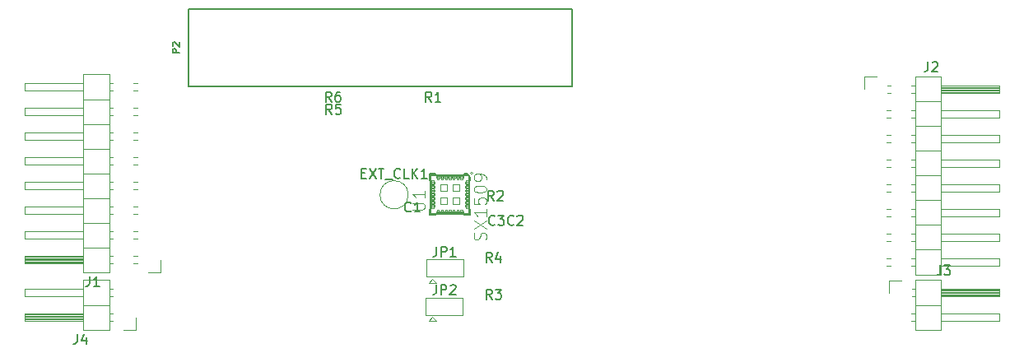
<source format=gbr>
G04 #@! TF.GenerationSoftware,KiCad,Pcbnew,5.1.2-1.fc30*
G04 #@! TF.CreationDate,2019-05-22T10:25:12+05:30*
G04 #@! TF.ProjectId,sx1509,73783135-3039-42e6-9b69-6361645f7063,v0.1*
G04 #@! TF.SameCoordinates,Original*
G04 #@! TF.FileFunction,Legend,Top*
G04 #@! TF.FilePolarity,Positive*
%FSLAX46Y46*%
G04 Gerber Fmt 4.6, Leading zero omitted, Abs format (unit mm)*
G04 Created by KiCad (PCBNEW 5.1.2-1.fc30) date 2019-05-22 10:25:12*
%MOMM*%
%LPD*%
G04 APERTURE LIST*
%ADD10C,0.066040*%
%ADD11C,0.127000*%
%ADD12C,0.203200*%
%ADD13C,0.100000*%
%ADD14C,0.150000*%
%ADD15C,0.120000*%
%ADD16C,0.101600*%
G04 APERTURE END LIST*
D10*
X134139020Y-119018340D02*
X134139020Y-119165660D01*
X134139020Y-119165660D02*
X134540340Y-119165660D01*
X134540340Y-119018340D02*
X134540340Y-119165660D01*
X134139020Y-119018340D02*
X134540340Y-119018340D01*
X134139020Y-119414580D02*
X134139020Y-119566980D01*
X134139020Y-119566980D02*
X134540340Y-119566980D01*
X134540340Y-119414580D02*
X134540340Y-119566980D01*
X134139020Y-119414580D02*
X134540340Y-119414580D01*
X134139020Y-119815900D02*
X134139020Y-119965760D01*
X134139020Y-119965760D02*
X134540340Y-119965760D01*
X134540340Y-119815900D02*
X134540340Y-119965760D01*
X134139020Y-119815900D02*
X134540340Y-119815900D01*
X134139020Y-120214680D02*
X134139020Y-120367080D01*
X134139020Y-120367080D02*
X134540340Y-120367080D01*
X134540340Y-120214680D02*
X134540340Y-120367080D01*
X134139020Y-120214680D02*
X134540340Y-120214680D01*
X134139020Y-118617020D02*
X134139020Y-118769420D01*
X134139020Y-118769420D02*
X134540340Y-118769420D01*
X134540340Y-118617020D02*
X134540340Y-118769420D01*
X134139020Y-118617020D02*
X134540340Y-118617020D01*
X134139020Y-118218240D02*
X134139020Y-118368100D01*
X134139020Y-118368100D02*
X134540340Y-118368100D01*
X134540340Y-118218240D02*
X134540340Y-118368100D01*
X134139020Y-118218240D02*
X134540340Y-118218240D01*
X134139020Y-117816920D02*
X134139020Y-117969320D01*
X134139020Y-117969320D02*
X134540340Y-117969320D01*
X134540340Y-117816920D02*
X134540340Y-117969320D01*
X134139020Y-117816920D02*
X134540340Y-117816920D01*
X134738460Y-120814120D02*
X134738460Y-120966520D01*
X134738460Y-120966520D02*
X135139780Y-120966520D01*
X135139780Y-120814120D02*
X135139780Y-120966520D01*
X134738460Y-120814120D02*
X135139780Y-120814120D01*
X135139780Y-120814120D02*
X135139780Y-120966520D01*
X135139780Y-120966520D02*
X135538560Y-120966520D01*
X135538560Y-120814120D02*
X135538560Y-120966520D01*
X135139780Y-120814120D02*
X135538560Y-120814120D01*
X135538560Y-120814120D02*
X135538560Y-120966520D01*
X135538560Y-120966520D02*
X135939880Y-120966520D01*
X135939880Y-120814120D02*
X135939880Y-120966520D01*
X135538560Y-120814120D02*
X135939880Y-120814120D01*
X135939880Y-120814120D02*
X135939880Y-120966520D01*
X135939880Y-120966520D02*
X136336120Y-120966520D01*
X136336120Y-120814120D02*
X136336120Y-120966520D01*
X135939880Y-120814120D02*
X136336120Y-120814120D01*
X136336120Y-120814120D02*
X136336120Y-120966520D01*
X136336120Y-120966520D02*
X136737440Y-120966520D01*
X136737440Y-120814120D02*
X136737440Y-120966520D01*
X136336120Y-120814120D02*
X136737440Y-120814120D01*
X136737440Y-120814120D02*
X136737440Y-120966520D01*
X136737440Y-120966520D02*
X137136220Y-120966520D01*
X137136220Y-120814120D02*
X137136220Y-120966520D01*
X136737440Y-120814120D02*
X137136220Y-120814120D01*
X137136220Y-120814120D02*
X137136220Y-120966520D01*
X137136220Y-120966520D02*
X137537540Y-120966520D01*
X137537540Y-120814120D02*
X137537540Y-120966520D01*
X137136220Y-120814120D02*
X137537540Y-120814120D01*
X137735660Y-120214680D02*
X137735660Y-120367080D01*
X137735660Y-120367080D02*
X138136980Y-120367080D01*
X138136980Y-120214680D02*
X138136980Y-120367080D01*
X137735660Y-120214680D02*
X138136980Y-120214680D01*
X137735660Y-119815900D02*
X137735660Y-119965760D01*
X137735660Y-119965760D02*
X138136980Y-119965760D01*
X138136980Y-119815900D02*
X138136980Y-119965760D01*
X137735660Y-119815900D02*
X138136980Y-119815900D01*
X137735660Y-119414580D02*
X137735660Y-119566980D01*
X137735660Y-119566980D02*
X138136980Y-119566980D01*
X138136980Y-119414580D02*
X138136980Y-119566980D01*
X137735660Y-119414580D02*
X138136980Y-119414580D01*
X137735660Y-119018340D02*
X137735660Y-119165660D01*
X137735660Y-119165660D02*
X138136980Y-119165660D01*
X138136980Y-119018340D02*
X138136980Y-119165660D01*
X137735660Y-119018340D02*
X138136980Y-119018340D01*
X137735660Y-118617020D02*
X137735660Y-118769420D01*
X137735660Y-118769420D02*
X138136980Y-118769420D01*
X138136980Y-118617020D02*
X138136980Y-118769420D01*
X137735660Y-118617020D02*
X138136980Y-118617020D01*
X137735660Y-118218240D02*
X137735660Y-118368100D01*
X137735660Y-118368100D02*
X138136980Y-118368100D01*
X138136980Y-118218240D02*
X138136980Y-118368100D01*
X137735660Y-118218240D02*
X138136980Y-118218240D01*
X137735660Y-117816920D02*
X137735660Y-117969320D01*
X137735660Y-117969320D02*
X138136980Y-117969320D01*
X138136980Y-117816920D02*
X138136980Y-117969320D01*
X137735660Y-117816920D02*
X138136980Y-117816920D01*
X137136220Y-117217480D02*
X137136220Y-117369880D01*
X137136220Y-117369880D02*
X137537540Y-117369880D01*
X137537540Y-117217480D02*
X137537540Y-117369880D01*
X137136220Y-117217480D02*
X137537540Y-117217480D01*
X136737440Y-117217480D02*
X136737440Y-117369880D01*
X136737440Y-117369880D02*
X137136220Y-117369880D01*
X137136220Y-117217480D02*
X137136220Y-117369880D01*
X136737440Y-117217480D02*
X137136220Y-117217480D01*
X136336120Y-117217480D02*
X136336120Y-117369880D01*
X136336120Y-117369880D02*
X136737440Y-117369880D01*
X136737440Y-117217480D02*
X136737440Y-117369880D01*
X136336120Y-117217480D02*
X136737440Y-117217480D01*
X135939880Y-117217480D02*
X135939880Y-117369880D01*
X135939880Y-117369880D02*
X136336120Y-117369880D01*
X136336120Y-117217480D02*
X136336120Y-117369880D01*
X135939880Y-117217480D02*
X136336120Y-117217480D01*
X135538560Y-117217480D02*
X135538560Y-117369880D01*
X135538560Y-117369880D02*
X135939880Y-117369880D01*
X135939880Y-117217480D02*
X135939880Y-117369880D01*
X135538560Y-117217480D02*
X135939880Y-117217480D01*
X135139780Y-117217480D02*
X135139780Y-117369880D01*
X135139780Y-117369880D02*
X135538560Y-117369880D01*
X135538560Y-117217480D02*
X135538560Y-117369880D01*
X135139780Y-117217480D02*
X135538560Y-117217480D01*
X134738460Y-117217480D02*
X134738460Y-117369880D01*
X134738460Y-117369880D02*
X135139780Y-117369880D01*
X135139780Y-117217480D02*
X135139780Y-117369880D01*
X134738460Y-117217480D02*
X135139780Y-117217480D01*
X135144860Y-118098860D02*
X135144860Y-118761800D01*
X135144860Y-118761800D02*
X135807800Y-118761800D01*
X135807800Y-118098860D02*
X135807800Y-118761800D01*
X135144860Y-118098860D02*
X135807800Y-118098860D01*
X136468200Y-119422200D02*
X136468200Y-120085140D01*
X136468200Y-120085140D02*
X137131140Y-120085140D01*
X137131140Y-119422200D02*
X137131140Y-120085140D01*
X136468200Y-119422200D02*
X137131140Y-119422200D01*
X136468200Y-118098860D02*
X136468200Y-118761800D01*
X136468200Y-118761800D02*
X137131140Y-118761800D01*
X137131140Y-118098860D02*
X137131140Y-118761800D01*
X136468200Y-118098860D02*
X137131140Y-118098860D01*
X135144860Y-119422200D02*
X135144860Y-120085140D01*
X135144860Y-120085140D02*
X135807800Y-120085140D01*
X135807800Y-119422200D02*
X135807800Y-120085140D01*
X135144860Y-119422200D02*
X135807800Y-119422200D01*
X137237820Y-117093020D02*
X137237820Y-117542600D01*
X137237820Y-117542600D02*
X137435940Y-117542600D01*
X137435940Y-117093020D02*
X137435940Y-117542600D01*
X137237820Y-117093020D02*
X137435940Y-117093020D01*
X136836500Y-117093020D02*
X136836500Y-117542600D01*
X136836500Y-117542600D02*
X137037160Y-117542600D01*
X137037160Y-117093020D02*
X137037160Y-117542600D01*
X136836500Y-117093020D02*
X137037160Y-117093020D01*
X136437720Y-117093020D02*
X136437720Y-117542600D01*
X136437720Y-117542600D02*
X136635840Y-117542600D01*
X136635840Y-117093020D02*
X136635840Y-117542600D01*
X136437720Y-117093020D02*
X136635840Y-117093020D01*
X136038940Y-117093020D02*
X136038940Y-117542600D01*
X136038940Y-117542600D02*
X136237060Y-117542600D01*
X136237060Y-117093020D02*
X136237060Y-117542600D01*
X136038940Y-117093020D02*
X136237060Y-117093020D01*
X135640160Y-117093020D02*
X135640160Y-117542600D01*
X135640160Y-117542600D02*
X135838280Y-117542600D01*
X135838280Y-117093020D02*
X135838280Y-117542600D01*
X135640160Y-117093020D02*
X135838280Y-117093020D01*
X135238840Y-117093020D02*
X135238840Y-117542600D01*
X135238840Y-117542600D02*
X135439500Y-117542600D01*
X135439500Y-117093020D02*
X135439500Y-117542600D01*
X135238840Y-117093020D02*
X135439500Y-117093020D01*
X134840060Y-117093020D02*
X134840060Y-117542600D01*
X134840060Y-117542600D02*
X135038180Y-117542600D01*
X135038180Y-117093020D02*
X135038180Y-117542600D01*
X134840060Y-117093020D02*
X135038180Y-117093020D01*
X134263480Y-117667060D02*
X134263480Y-118119180D01*
X134263480Y-118119180D02*
X134464140Y-118119180D01*
X134464140Y-117667060D02*
X134464140Y-118119180D01*
X134263480Y-117667060D02*
X134464140Y-117667060D01*
X134263480Y-118068380D02*
X134263480Y-118517960D01*
X134263480Y-118517960D02*
X134464140Y-118517960D01*
X134464140Y-118068380D02*
X134464140Y-118517960D01*
X134263480Y-118068380D02*
X134464140Y-118068380D01*
X134263480Y-118467160D02*
X134263480Y-118919280D01*
X134263480Y-118919280D02*
X134464140Y-118919280D01*
X134464140Y-118467160D02*
X134464140Y-118919280D01*
X134263480Y-118467160D02*
X134464140Y-118467160D01*
X134263480Y-118868480D02*
X134263480Y-119315520D01*
X134263480Y-119315520D02*
X134464140Y-119315520D01*
X134464140Y-118868480D02*
X134464140Y-119315520D01*
X134263480Y-118868480D02*
X134464140Y-118868480D01*
X134263480Y-119264720D02*
X134263480Y-119716840D01*
X134263480Y-119716840D02*
X134464140Y-119716840D01*
X134464140Y-119264720D02*
X134464140Y-119716840D01*
X134263480Y-119264720D02*
X134464140Y-119264720D01*
X134263480Y-119666040D02*
X134263480Y-120115620D01*
X134263480Y-120115620D02*
X134464140Y-120115620D01*
X134464140Y-119666040D02*
X134464140Y-120115620D01*
X134263480Y-119666040D02*
X134464140Y-119666040D01*
X134263480Y-120064820D02*
X134263480Y-120516940D01*
X134263480Y-120516940D02*
X134464140Y-120516940D01*
X134464140Y-120064820D02*
X134464140Y-120516940D01*
X134263480Y-120064820D02*
X134464140Y-120064820D01*
X134840060Y-120641400D02*
X134840060Y-121090980D01*
X134840060Y-121090980D02*
X135038180Y-121090980D01*
X135038180Y-120641400D02*
X135038180Y-121090980D01*
X134840060Y-120641400D02*
X135038180Y-120641400D01*
X135238840Y-120641400D02*
X135238840Y-121090980D01*
X135238840Y-121090980D02*
X135439500Y-121090980D01*
X135439500Y-120641400D02*
X135439500Y-121090980D01*
X135238840Y-120641400D02*
X135439500Y-120641400D01*
X135640160Y-120641400D02*
X135640160Y-121090980D01*
X135640160Y-121090980D02*
X135838280Y-121090980D01*
X135838280Y-120641400D02*
X135838280Y-121090980D01*
X135640160Y-120641400D02*
X135838280Y-120641400D01*
X136038940Y-120641400D02*
X136038940Y-121090980D01*
X136038940Y-121090980D02*
X136237060Y-121090980D01*
X136237060Y-120641400D02*
X136237060Y-121090980D01*
X136038940Y-120641400D02*
X136237060Y-120641400D01*
X136437720Y-120641400D02*
X136437720Y-121090980D01*
X136437720Y-121090980D02*
X136635840Y-121090980D01*
X136635840Y-120641400D02*
X136635840Y-121090980D01*
X136437720Y-120641400D02*
X136635840Y-120641400D01*
X136836500Y-120641400D02*
X136836500Y-121090980D01*
X136836500Y-121090980D02*
X137037160Y-121090980D01*
X137037160Y-120641400D02*
X137037160Y-121090980D01*
X136836500Y-120641400D02*
X137037160Y-120641400D01*
X137237820Y-120641400D02*
X137237820Y-121090980D01*
X137237820Y-121090980D02*
X137435940Y-121090980D01*
X137435940Y-120641400D02*
X137435940Y-121090980D01*
X137237820Y-120641400D02*
X137435940Y-120641400D01*
X137811860Y-120064820D02*
X137811860Y-120516940D01*
X137811860Y-120516940D02*
X138012520Y-120516940D01*
X138012520Y-120064820D02*
X138012520Y-120516940D01*
X137811860Y-120064820D02*
X138012520Y-120064820D01*
X137811860Y-119666040D02*
X137811860Y-120115620D01*
X137811860Y-120115620D02*
X138012520Y-120115620D01*
X138012520Y-119666040D02*
X138012520Y-120115620D01*
X137811860Y-119666040D02*
X138012520Y-119666040D01*
X137811860Y-119264720D02*
X137811860Y-119716840D01*
X137811860Y-119716840D02*
X138012520Y-119716840D01*
X138012520Y-119264720D02*
X138012520Y-119716840D01*
X137811860Y-119264720D02*
X138012520Y-119264720D01*
X137811860Y-118868480D02*
X137811860Y-119315520D01*
X137811860Y-119315520D02*
X138012520Y-119315520D01*
X138012520Y-118868480D02*
X138012520Y-119315520D01*
X137811860Y-118868480D02*
X138012520Y-118868480D01*
X137811860Y-118467160D02*
X137811860Y-118919280D01*
X137811860Y-118919280D02*
X138012520Y-118919280D01*
X138012520Y-118467160D02*
X138012520Y-118919280D01*
X137811860Y-118467160D02*
X138012520Y-118467160D01*
X137811860Y-118068380D02*
X137811860Y-118517960D01*
X137811860Y-118517960D02*
X138012520Y-118517960D01*
X138012520Y-118068380D02*
X138012520Y-118517960D01*
X137811860Y-118068380D02*
X138012520Y-118068380D01*
X137811860Y-117667060D02*
X137811860Y-118119180D01*
X137811860Y-118119180D02*
X138012520Y-118119180D01*
X138012520Y-117667060D02*
X138012520Y-118119180D01*
X137811860Y-117667060D02*
X138012520Y-117667060D01*
D11*
X134139020Y-117093020D02*
X138136980Y-117093020D01*
X138136980Y-117093020D02*
X138136980Y-121090980D01*
X138136980Y-121090980D02*
X134139020Y-121090980D01*
X134139020Y-121090980D02*
X134139020Y-117093020D01*
D12*
X137837260Y-116993960D02*
X138236040Y-117392740D01*
X138236040Y-117392740D02*
X138236040Y-117593400D01*
X137837260Y-116993960D02*
X137636600Y-116993960D01*
X134039960Y-116993960D02*
X134639400Y-116993960D01*
X134039960Y-116993960D02*
X134039960Y-117593400D01*
X134039960Y-121190040D02*
X134039960Y-120590600D01*
X134039960Y-121190040D02*
X134639400Y-121190040D01*
X138236040Y-121190040D02*
X137636600Y-121190040D01*
X138236040Y-121190040D02*
X138236040Y-120590600D01*
D13*
X138520476Y-116910140D02*
G75*
G03X138520476Y-116910140I-147276J0D01*
G01*
D14*
X148750000Y-100000000D02*
X148750000Y-108000000D01*
X109250000Y-100000000D02*
X109250000Y-108000000D01*
X148750000Y-100000000D02*
X109250000Y-100000000D01*
X109250000Y-108000000D02*
X148750000Y-108000000D01*
D15*
X183990000Y-127880000D02*
X183990000Y-133080000D01*
X183990000Y-133080000D02*
X186650000Y-133080000D01*
X186650000Y-133080000D02*
X186650000Y-127880000D01*
X186650000Y-127880000D02*
X183990000Y-127880000D01*
X186650000Y-128830000D02*
X192650000Y-128830000D01*
X192650000Y-128830000D02*
X192650000Y-129590000D01*
X192650000Y-129590000D02*
X186650000Y-129590000D01*
X186650000Y-128890000D02*
X192650000Y-128890000D01*
X186650000Y-129010000D02*
X192650000Y-129010000D01*
X186650000Y-129130000D02*
X192650000Y-129130000D01*
X186650000Y-129250000D02*
X192650000Y-129250000D01*
X186650000Y-129370000D02*
X192650000Y-129370000D01*
X186650000Y-129490000D02*
X192650000Y-129490000D01*
X183660000Y-128830000D02*
X183990000Y-128830000D01*
X183660000Y-129590000D02*
X183990000Y-129590000D01*
X183990000Y-130480000D02*
X186650000Y-130480000D01*
X186650000Y-131370000D02*
X192650000Y-131370000D01*
X192650000Y-131370000D02*
X192650000Y-132130000D01*
X192650000Y-132130000D02*
X186650000Y-132130000D01*
X183592929Y-131370000D02*
X183990000Y-131370000D01*
X183592929Y-132130000D02*
X183990000Y-132130000D01*
X181280000Y-129210000D02*
X181280000Y-127940000D01*
X181280000Y-127940000D02*
X182550000Y-127940000D01*
X103810000Y-133020000D02*
X102540000Y-133020000D01*
X103810000Y-131750000D02*
X103810000Y-133020000D01*
X101497071Y-128830000D02*
X101100000Y-128830000D01*
X101497071Y-129590000D02*
X101100000Y-129590000D01*
X92440000Y-128830000D02*
X98440000Y-128830000D01*
X92440000Y-129590000D02*
X92440000Y-128830000D01*
X98440000Y-129590000D02*
X92440000Y-129590000D01*
X101100000Y-130480000D02*
X98440000Y-130480000D01*
X101430000Y-131370000D02*
X101100000Y-131370000D01*
X101430000Y-132130000D02*
X101100000Y-132130000D01*
X98440000Y-131470000D02*
X92440000Y-131470000D01*
X98440000Y-131590000D02*
X92440000Y-131590000D01*
X98440000Y-131710000D02*
X92440000Y-131710000D01*
X98440000Y-131830000D02*
X92440000Y-131830000D01*
X98440000Y-131950000D02*
X92440000Y-131950000D01*
X98440000Y-132070000D02*
X92440000Y-132070000D01*
X92440000Y-131370000D02*
X98440000Y-131370000D01*
X92440000Y-132130000D02*
X92440000Y-131370000D01*
X98440000Y-132130000D02*
X92440000Y-132130000D01*
X98440000Y-133080000D02*
X101100000Y-133080000D01*
X98440000Y-127880000D02*
X98440000Y-133080000D01*
X101100000Y-127880000D02*
X98440000Y-127880000D01*
X101100000Y-133080000D02*
X101100000Y-127880000D01*
X131856000Y-119131000D02*
G75*
G03X131856000Y-119131000I-1450000J0D01*
G01*
X134748000Y-128233000D02*
X134348000Y-127783000D01*
X133998000Y-128233000D02*
X134748000Y-128233000D01*
X134348000Y-127783000D02*
X133998000Y-128233000D01*
X133688000Y-127573000D02*
X137508000Y-127573000D01*
X137508000Y-127573000D02*
X137508000Y-125793000D01*
X137508000Y-125793000D02*
X133688000Y-125793000D01*
X133688000Y-127573000D02*
X133688000Y-125793000D01*
X133675000Y-131484000D02*
X133675000Y-129704000D01*
X137495000Y-129704000D02*
X133675000Y-129704000D01*
X137495000Y-131484000D02*
X137495000Y-129704000D01*
X133675000Y-131484000D02*
X137495000Y-131484000D01*
X134335000Y-131694000D02*
X133985000Y-132144000D01*
X133985000Y-132144000D02*
X134735000Y-132144000D01*
X134735000Y-132144000D02*
X134335000Y-131694000D01*
X106350000Y-127076000D02*
X105080000Y-127076000D01*
X106350000Y-125806000D02*
X106350000Y-127076000D01*
X104037071Y-107646000D02*
X103582929Y-107646000D01*
X104037071Y-108406000D02*
X103582929Y-108406000D01*
X101497071Y-107646000D02*
X101100000Y-107646000D01*
X101497071Y-108406000D02*
X101100000Y-108406000D01*
X92440000Y-107646000D02*
X98440000Y-107646000D01*
X92440000Y-108406000D02*
X92440000Y-107646000D01*
X98440000Y-108406000D02*
X92440000Y-108406000D01*
X101100000Y-109296000D02*
X98440000Y-109296000D01*
X104037071Y-110186000D02*
X103582929Y-110186000D01*
X104037071Y-110946000D02*
X103582929Y-110946000D01*
X101497071Y-110186000D02*
X101100000Y-110186000D01*
X101497071Y-110946000D02*
X101100000Y-110946000D01*
X92440000Y-110186000D02*
X98440000Y-110186000D01*
X92440000Y-110946000D02*
X92440000Y-110186000D01*
X98440000Y-110946000D02*
X92440000Y-110946000D01*
X101100000Y-111836000D02*
X98440000Y-111836000D01*
X104037071Y-112726000D02*
X103582929Y-112726000D01*
X104037071Y-113486000D02*
X103582929Y-113486000D01*
X101497071Y-112726000D02*
X101100000Y-112726000D01*
X101497071Y-113486000D02*
X101100000Y-113486000D01*
X92440000Y-112726000D02*
X98440000Y-112726000D01*
X92440000Y-113486000D02*
X92440000Y-112726000D01*
X98440000Y-113486000D02*
X92440000Y-113486000D01*
X101100000Y-114376000D02*
X98440000Y-114376000D01*
X104037071Y-115266000D02*
X103582929Y-115266000D01*
X104037071Y-116026000D02*
X103582929Y-116026000D01*
X101497071Y-115266000D02*
X101100000Y-115266000D01*
X101497071Y-116026000D02*
X101100000Y-116026000D01*
X92440000Y-115266000D02*
X98440000Y-115266000D01*
X92440000Y-116026000D02*
X92440000Y-115266000D01*
X98440000Y-116026000D02*
X92440000Y-116026000D01*
X101100000Y-116916000D02*
X98440000Y-116916000D01*
X104037071Y-117806000D02*
X103582929Y-117806000D01*
X104037071Y-118566000D02*
X103582929Y-118566000D01*
X101497071Y-117806000D02*
X101100000Y-117806000D01*
X101497071Y-118566000D02*
X101100000Y-118566000D01*
X92440000Y-117806000D02*
X98440000Y-117806000D01*
X92440000Y-118566000D02*
X92440000Y-117806000D01*
X98440000Y-118566000D02*
X92440000Y-118566000D01*
X101100000Y-119456000D02*
X98440000Y-119456000D01*
X104037071Y-120346000D02*
X103582929Y-120346000D01*
X104037071Y-121106000D02*
X103582929Y-121106000D01*
X101497071Y-120346000D02*
X101100000Y-120346000D01*
X101497071Y-121106000D02*
X101100000Y-121106000D01*
X92440000Y-120346000D02*
X98440000Y-120346000D01*
X92440000Y-121106000D02*
X92440000Y-120346000D01*
X98440000Y-121106000D02*
X92440000Y-121106000D01*
X101100000Y-121996000D02*
X98440000Y-121996000D01*
X104037071Y-122886000D02*
X103582929Y-122886000D01*
X104037071Y-123646000D02*
X103582929Y-123646000D01*
X101497071Y-122886000D02*
X101100000Y-122886000D01*
X101497071Y-123646000D02*
X101100000Y-123646000D01*
X92440000Y-122886000D02*
X98440000Y-122886000D01*
X92440000Y-123646000D02*
X92440000Y-122886000D01*
X98440000Y-123646000D02*
X92440000Y-123646000D01*
X101100000Y-124536000D02*
X98440000Y-124536000D01*
X103970000Y-125426000D02*
X103582929Y-125426000D01*
X103970000Y-126186000D02*
X103582929Y-126186000D01*
X101497071Y-125426000D02*
X101100000Y-125426000D01*
X101497071Y-126186000D02*
X101100000Y-126186000D01*
X98440000Y-125526000D02*
X92440000Y-125526000D01*
X98440000Y-125646000D02*
X92440000Y-125646000D01*
X98440000Y-125766000D02*
X92440000Y-125766000D01*
X98440000Y-125886000D02*
X92440000Y-125886000D01*
X98440000Y-126006000D02*
X92440000Y-126006000D01*
X98440000Y-126126000D02*
X92440000Y-126126000D01*
X92440000Y-125426000D02*
X98440000Y-125426000D01*
X92440000Y-126186000D02*
X92440000Y-125426000D01*
X98440000Y-126186000D02*
X92440000Y-126186000D01*
X98440000Y-127136000D02*
X101100000Y-127136000D01*
X98440000Y-106696000D02*
X98440000Y-127136000D01*
X101100000Y-106696000D02*
X98440000Y-106696000D01*
X101100000Y-127136000D02*
X101100000Y-106696000D01*
X183990000Y-106925000D02*
X183990000Y-127365000D01*
X183990000Y-127365000D02*
X186650000Y-127365000D01*
X186650000Y-127365000D02*
X186650000Y-106925000D01*
X186650000Y-106925000D02*
X183990000Y-106925000D01*
X186650000Y-107875000D02*
X192650000Y-107875000D01*
X192650000Y-107875000D02*
X192650000Y-108635000D01*
X192650000Y-108635000D02*
X186650000Y-108635000D01*
X186650000Y-107935000D02*
X192650000Y-107935000D01*
X186650000Y-108055000D02*
X192650000Y-108055000D01*
X186650000Y-108175000D02*
X192650000Y-108175000D01*
X186650000Y-108295000D02*
X192650000Y-108295000D01*
X186650000Y-108415000D02*
X192650000Y-108415000D01*
X186650000Y-108535000D02*
X192650000Y-108535000D01*
X183592929Y-107875000D02*
X183990000Y-107875000D01*
X183592929Y-108635000D02*
X183990000Y-108635000D01*
X181120000Y-107875000D02*
X181507071Y-107875000D01*
X181120000Y-108635000D02*
X181507071Y-108635000D01*
X183990000Y-109525000D02*
X186650000Y-109525000D01*
X186650000Y-110415000D02*
X192650000Y-110415000D01*
X192650000Y-110415000D02*
X192650000Y-111175000D01*
X192650000Y-111175000D02*
X186650000Y-111175000D01*
X183592929Y-110415000D02*
X183990000Y-110415000D01*
X183592929Y-111175000D02*
X183990000Y-111175000D01*
X181052929Y-110415000D02*
X181507071Y-110415000D01*
X181052929Y-111175000D02*
X181507071Y-111175000D01*
X183990000Y-112065000D02*
X186650000Y-112065000D01*
X186650000Y-112955000D02*
X192650000Y-112955000D01*
X192650000Y-112955000D02*
X192650000Y-113715000D01*
X192650000Y-113715000D02*
X186650000Y-113715000D01*
X183592929Y-112955000D02*
X183990000Y-112955000D01*
X183592929Y-113715000D02*
X183990000Y-113715000D01*
X181052929Y-112955000D02*
X181507071Y-112955000D01*
X181052929Y-113715000D02*
X181507071Y-113715000D01*
X183990000Y-114605000D02*
X186650000Y-114605000D01*
X186650000Y-115495000D02*
X192650000Y-115495000D01*
X192650000Y-115495000D02*
X192650000Y-116255000D01*
X192650000Y-116255000D02*
X186650000Y-116255000D01*
X183592929Y-115495000D02*
X183990000Y-115495000D01*
X183592929Y-116255000D02*
X183990000Y-116255000D01*
X181052929Y-115495000D02*
X181507071Y-115495000D01*
X181052929Y-116255000D02*
X181507071Y-116255000D01*
X183990000Y-117145000D02*
X186650000Y-117145000D01*
X186650000Y-118035000D02*
X192650000Y-118035000D01*
X192650000Y-118035000D02*
X192650000Y-118795000D01*
X192650000Y-118795000D02*
X186650000Y-118795000D01*
X183592929Y-118035000D02*
X183990000Y-118035000D01*
X183592929Y-118795000D02*
X183990000Y-118795000D01*
X181052929Y-118035000D02*
X181507071Y-118035000D01*
X181052929Y-118795000D02*
X181507071Y-118795000D01*
X183990000Y-119685000D02*
X186650000Y-119685000D01*
X186650000Y-120575000D02*
X192650000Y-120575000D01*
X192650000Y-120575000D02*
X192650000Y-121335000D01*
X192650000Y-121335000D02*
X186650000Y-121335000D01*
X183592929Y-120575000D02*
X183990000Y-120575000D01*
X183592929Y-121335000D02*
X183990000Y-121335000D01*
X181052929Y-120575000D02*
X181507071Y-120575000D01*
X181052929Y-121335000D02*
X181507071Y-121335000D01*
X183990000Y-122225000D02*
X186650000Y-122225000D01*
X186650000Y-123115000D02*
X192650000Y-123115000D01*
X192650000Y-123115000D02*
X192650000Y-123875000D01*
X192650000Y-123875000D02*
X186650000Y-123875000D01*
X183592929Y-123115000D02*
X183990000Y-123115000D01*
X183592929Y-123875000D02*
X183990000Y-123875000D01*
X181052929Y-123115000D02*
X181507071Y-123115000D01*
X181052929Y-123875000D02*
X181507071Y-123875000D01*
X183990000Y-124765000D02*
X186650000Y-124765000D01*
X186650000Y-125655000D02*
X192650000Y-125655000D01*
X192650000Y-125655000D02*
X192650000Y-126415000D01*
X192650000Y-126415000D02*
X186650000Y-126415000D01*
X183592929Y-125655000D02*
X183990000Y-125655000D01*
X183592929Y-126415000D02*
X183990000Y-126415000D01*
X181052929Y-125655000D02*
X181507071Y-125655000D01*
X181052929Y-126415000D02*
X181507071Y-126415000D01*
X178740000Y-108255000D02*
X178740000Y-106985000D01*
X178740000Y-106985000D02*
X180010000Y-106985000D01*
D16*
X132267523Y-120694619D02*
X133295619Y-120694619D01*
X133416571Y-120634142D01*
X133477047Y-120573666D01*
X133537523Y-120452714D01*
X133537523Y-120210809D01*
X133477047Y-120089857D01*
X133416571Y-120029380D01*
X133295619Y-119968904D01*
X132267523Y-119968904D01*
X133537523Y-118698904D02*
X133537523Y-119424619D01*
X133537523Y-119061761D02*
X132267523Y-119061761D01*
X132448952Y-119182714D01*
X132569904Y-119303666D01*
X132630380Y-119424619D01*
X139827047Y-123748666D02*
X139887523Y-123567238D01*
X139887523Y-123264857D01*
X139827047Y-123143904D01*
X139766571Y-123083428D01*
X139645619Y-123022952D01*
X139524666Y-123022952D01*
X139403714Y-123083428D01*
X139343238Y-123143904D01*
X139282761Y-123264857D01*
X139222285Y-123506761D01*
X139161809Y-123627714D01*
X139101333Y-123688190D01*
X138980380Y-123748666D01*
X138859428Y-123748666D01*
X138738476Y-123688190D01*
X138678000Y-123627714D01*
X138617523Y-123506761D01*
X138617523Y-123204380D01*
X138678000Y-123022952D01*
X138617523Y-122599619D02*
X139887523Y-121752952D01*
X138617523Y-121752952D02*
X139887523Y-122599619D01*
X139887523Y-120603904D02*
X139887523Y-121329619D01*
X139887523Y-120966761D02*
X138617523Y-120966761D01*
X138798952Y-121087714D01*
X138919904Y-121208666D01*
X138980380Y-121329619D01*
X138617523Y-119454857D02*
X138617523Y-120059619D01*
X139222285Y-120120095D01*
X139161809Y-120059619D01*
X139101333Y-119938666D01*
X139101333Y-119636285D01*
X139161809Y-119515333D01*
X139222285Y-119454857D01*
X139343238Y-119394380D01*
X139645619Y-119394380D01*
X139766571Y-119454857D01*
X139827047Y-119515333D01*
X139887523Y-119636285D01*
X139887523Y-119938666D01*
X139827047Y-120059619D01*
X139766571Y-120120095D01*
X138617523Y-118608190D02*
X138617523Y-118487238D01*
X138678000Y-118366285D01*
X138738476Y-118305809D01*
X138859428Y-118245333D01*
X139101333Y-118184857D01*
X139403714Y-118184857D01*
X139645619Y-118245333D01*
X139766571Y-118305809D01*
X139827047Y-118366285D01*
X139887523Y-118487238D01*
X139887523Y-118608190D01*
X139827047Y-118729142D01*
X139766571Y-118789619D01*
X139645619Y-118850095D01*
X139403714Y-118910571D01*
X139101333Y-118910571D01*
X138859428Y-118850095D01*
X138738476Y-118789619D01*
X138678000Y-118729142D01*
X138617523Y-118608190D01*
X139887523Y-117580095D02*
X139887523Y-117338190D01*
X139827047Y-117217238D01*
X139766571Y-117156761D01*
X139585142Y-117035809D01*
X139343238Y-116975333D01*
X138859428Y-116975333D01*
X138738476Y-117035809D01*
X138678000Y-117096285D01*
X138617523Y-117217238D01*
X138617523Y-117459142D01*
X138678000Y-117580095D01*
X138738476Y-117640571D01*
X138859428Y-117701047D01*
X139161809Y-117701047D01*
X139282761Y-117640571D01*
X139343238Y-117580095D01*
X139403714Y-117459142D01*
X139403714Y-117217238D01*
X139343238Y-117096285D01*
X139282761Y-117035809D01*
X139161809Y-116975333D01*
D14*
X108316666Y-104516666D02*
X107616666Y-104516666D01*
X107616666Y-104250000D01*
X107650000Y-104183333D01*
X107683333Y-104150000D01*
X107750000Y-104116666D01*
X107850000Y-104116666D01*
X107916666Y-104150000D01*
X107950000Y-104183333D01*
X107983333Y-104250000D01*
X107983333Y-104516666D01*
X107683333Y-103850000D02*
X107650000Y-103816666D01*
X107616666Y-103750000D01*
X107616666Y-103583333D01*
X107650000Y-103516666D01*
X107683333Y-103483333D01*
X107750000Y-103450000D01*
X107816666Y-103450000D01*
X107916666Y-103483333D01*
X108316666Y-103883333D01*
X108316666Y-103450000D01*
X186601666Y-126392380D02*
X186601666Y-127106666D01*
X186554047Y-127249523D01*
X186458809Y-127344761D01*
X186315952Y-127392380D01*
X186220714Y-127392380D01*
X186982619Y-126392380D02*
X187601666Y-126392380D01*
X187268333Y-126773333D01*
X187411190Y-126773333D01*
X187506428Y-126820952D01*
X187554047Y-126868571D01*
X187601666Y-126963809D01*
X187601666Y-127201904D01*
X187554047Y-127297142D01*
X187506428Y-127344761D01*
X187411190Y-127392380D01*
X187125476Y-127392380D01*
X187030238Y-127344761D01*
X186982619Y-127297142D01*
X97821666Y-133472380D02*
X97821666Y-134186666D01*
X97774047Y-134329523D01*
X97678809Y-134424761D01*
X97535952Y-134472380D01*
X97440714Y-134472380D01*
X98726428Y-133805714D02*
X98726428Y-134472380D01*
X98488333Y-133424761D02*
X98250238Y-134139047D01*
X98869285Y-134139047D01*
X132127333Y-120788142D02*
X132079714Y-120835761D01*
X131936857Y-120883380D01*
X131841619Y-120883380D01*
X131698761Y-120835761D01*
X131603523Y-120740523D01*
X131555904Y-120645285D01*
X131508285Y-120454809D01*
X131508285Y-120311952D01*
X131555904Y-120121476D01*
X131603523Y-120026238D01*
X131698761Y-119931000D01*
X131841619Y-119883380D01*
X131936857Y-119883380D01*
X132079714Y-119931000D01*
X132127333Y-119978619D01*
X133079714Y-120883380D02*
X132508285Y-120883380D01*
X132794000Y-120883380D02*
X132794000Y-119883380D01*
X132698761Y-120026238D01*
X132603523Y-120121476D01*
X132508285Y-120169095D01*
X142693333Y-122167142D02*
X142645714Y-122214761D01*
X142502857Y-122262380D01*
X142407619Y-122262380D01*
X142264761Y-122214761D01*
X142169523Y-122119523D01*
X142121904Y-122024285D01*
X142074285Y-121833809D01*
X142074285Y-121690952D01*
X142121904Y-121500476D01*
X142169523Y-121405238D01*
X142264761Y-121310000D01*
X142407619Y-121262380D01*
X142502857Y-121262380D01*
X142645714Y-121310000D01*
X142693333Y-121357619D01*
X143074285Y-121357619D02*
X143121904Y-121310000D01*
X143217142Y-121262380D01*
X143455238Y-121262380D01*
X143550476Y-121310000D01*
X143598095Y-121357619D01*
X143645714Y-121452857D01*
X143645714Y-121548095D01*
X143598095Y-121690952D01*
X143026666Y-122262380D01*
X143645714Y-122262380D01*
X140758333Y-122167142D02*
X140710714Y-122214761D01*
X140567857Y-122262380D01*
X140472619Y-122262380D01*
X140329761Y-122214761D01*
X140234523Y-122119523D01*
X140186904Y-122024285D01*
X140139285Y-121833809D01*
X140139285Y-121690952D01*
X140186904Y-121500476D01*
X140234523Y-121405238D01*
X140329761Y-121310000D01*
X140472619Y-121262380D01*
X140567857Y-121262380D01*
X140710714Y-121310000D01*
X140758333Y-121357619D01*
X141091666Y-121262380D02*
X141710714Y-121262380D01*
X141377380Y-121643333D01*
X141520238Y-121643333D01*
X141615476Y-121690952D01*
X141663095Y-121738571D01*
X141710714Y-121833809D01*
X141710714Y-122071904D01*
X141663095Y-122167142D01*
X141615476Y-122214761D01*
X141520238Y-122262380D01*
X141234523Y-122262380D01*
X141139285Y-122214761D01*
X141091666Y-122167142D01*
X134242333Y-109557380D02*
X133909000Y-109081190D01*
X133670904Y-109557380D02*
X133670904Y-108557380D01*
X134051857Y-108557380D01*
X134147095Y-108605000D01*
X134194714Y-108652619D01*
X134242333Y-108747857D01*
X134242333Y-108890714D01*
X134194714Y-108985952D01*
X134147095Y-109033571D01*
X134051857Y-109081190D01*
X133670904Y-109081190D01*
X135194714Y-109557380D02*
X134623285Y-109557380D01*
X134909000Y-109557380D02*
X134909000Y-108557380D01*
X134813761Y-108700238D01*
X134718523Y-108795476D01*
X134623285Y-108843095D01*
X140668333Y-119722380D02*
X140335000Y-119246190D01*
X140096904Y-119722380D02*
X140096904Y-118722380D01*
X140477857Y-118722380D01*
X140573095Y-118770000D01*
X140620714Y-118817619D01*
X140668333Y-118912857D01*
X140668333Y-119055714D01*
X140620714Y-119150952D01*
X140573095Y-119198571D01*
X140477857Y-119246190D01*
X140096904Y-119246190D01*
X141049285Y-118817619D02*
X141096904Y-118770000D01*
X141192142Y-118722380D01*
X141430238Y-118722380D01*
X141525476Y-118770000D01*
X141573095Y-118817619D01*
X141620714Y-118912857D01*
X141620714Y-119008095D01*
X141573095Y-119150952D01*
X141001666Y-119722380D01*
X141620714Y-119722380D01*
X140473333Y-129882380D02*
X140140000Y-129406190D01*
X139901904Y-129882380D02*
X139901904Y-128882380D01*
X140282857Y-128882380D01*
X140378095Y-128930000D01*
X140425714Y-128977619D01*
X140473333Y-129072857D01*
X140473333Y-129215714D01*
X140425714Y-129310952D01*
X140378095Y-129358571D01*
X140282857Y-129406190D01*
X139901904Y-129406190D01*
X140806666Y-128882380D02*
X141425714Y-128882380D01*
X141092380Y-129263333D01*
X141235238Y-129263333D01*
X141330476Y-129310952D01*
X141378095Y-129358571D01*
X141425714Y-129453809D01*
X141425714Y-129691904D01*
X141378095Y-129787142D01*
X141330476Y-129834761D01*
X141235238Y-129882380D01*
X140949523Y-129882380D01*
X140854285Y-129834761D01*
X140806666Y-129787142D01*
X140473333Y-126072380D02*
X140140000Y-125596190D01*
X139901904Y-126072380D02*
X139901904Y-125072380D01*
X140282857Y-125072380D01*
X140378095Y-125120000D01*
X140425714Y-125167619D01*
X140473333Y-125262857D01*
X140473333Y-125405714D01*
X140425714Y-125500952D01*
X140378095Y-125548571D01*
X140282857Y-125596190D01*
X139901904Y-125596190D01*
X141330476Y-125405714D02*
X141330476Y-126072380D01*
X141092380Y-125024761D02*
X140854285Y-125739047D01*
X141473333Y-125739047D01*
X123999333Y-110832380D02*
X123666000Y-110356190D01*
X123427904Y-110832380D02*
X123427904Y-109832380D01*
X123808857Y-109832380D01*
X123904095Y-109880000D01*
X123951714Y-109927619D01*
X123999333Y-110022857D01*
X123999333Y-110165714D01*
X123951714Y-110260952D01*
X123904095Y-110308571D01*
X123808857Y-110356190D01*
X123427904Y-110356190D01*
X124904095Y-109832380D02*
X124427904Y-109832380D01*
X124380285Y-110308571D01*
X124427904Y-110260952D01*
X124523142Y-110213333D01*
X124761238Y-110213333D01*
X124856476Y-110260952D01*
X124904095Y-110308571D01*
X124951714Y-110403809D01*
X124951714Y-110641904D01*
X124904095Y-110737142D01*
X124856476Y-110784761D01*
X124761238Y-110832380D01*
X124523142Y-110832380D01*
X124427904Y-110784761D01*
X124380285Y-110737142D01*
X123963333Y-109562380D02*
X123630000Y-109086190D01*
X123391904Y-109562380D02*
X123391904Y-108562380D01*
X123772857Y-108562380D01*
X123868095Y-108610000D01*
X123915714Y-108657619D01*
X123963333Y-108752857D01*
X123963333Y-108895714D01*
X123915714Y-108990952D01*
X123868095Y-109038571D01*
X123772857Y-109086190D01*
X123391904Y-109086190D01*
X124820476Y-108562380D02*
X124630000Y-108562380D01*
X124534761Y-108610000D01*
X124487142Y-108657619D01*
X124391904Y-108800476D01*
X124344285Y-108990952D01*
X124344285Y-109371904D01*
X124391904Y-109467142D01*
X124439523Y-109514761D01*
X124534761Y-109562380D01*
X124725238Y-109562380D01*
X124820476Y-109514761D01*
X124868095Y-109467142D01*
X124915714Y-109371904D01*
X124915714Y-109133809D01*
X124868095Y-109038571D01*
X124820476Y-108990952D01*
X124725238Y-108943333D01*
X124534761Y-108943333D01*
X124439523Y-108990952D01*
X124391904Y-109038571D01*
X124344285Y-109133809D01*
X127072666Y-116911571D02*
X127406000Y-116911571D01*
X127548857Y-117435380D02*
X127072666Y-117435380D01*
X127072666Y-116435380D01*
X127548857Y-116435380D01*
X127882190Y-116435380D02*
X128548857Y-117435380D01*
X128548857Y-116435380D02*
X127882190Y-117435380D01*
X128786952Y-116435380D02*
X129358380Y-116435380D01*
X129072666Y-117435380D02*
X129072666Y-116435380D01*
X129453619Y-117530619D02*
X130215523Y-117530619D01*
X131025047Y-117340142D02*
X130977428Y-117387761D01*
X130834571Y-117435380D01*
X130739333Y-117435380D01*
X130596476Y-117387761D01*
X130501238Y-117292523D01*
X130453619Y-117197285D01*
X130406000Y-117006809D01*
X130406000Y-116863952D01*
X130453619Y-116673476D01*
X130501238Y-116578238D01*
X130596476Y-116483000D01*
X130739333Y-116435380D01*
X130834571Y-116435380D01*
X130977428Y-116483000D01*
X131025047Y-116530619D01*
X131929809Y-117435380D02*
X131453619Y-117435380D01*
X131453619Y-116435380D01*
X132263142Y-117435380D02*
X132263142Y-116435380D01*
X132834571Y-117435380D02*
X132406000Y-116863952D01*
X132834571Y-116435380D02*
X132263142Y-117006809D01*
X133786952Y-117435380D02*
X133215523Y-117435380D01*
X133501238Y-117435380D02*
X133501238Y-116435380D01*
X133406000Y-116578238D01*
X133310761Y-116673476D01*
X133215523Y-116721095D01*
X134764666Y-124485380D02*
X134764666Y-125199666D01*
X134717047Y-125342523D01*
X134621809Y-125437761D01*
X134478952Y-125485380D01*
X134383714Y-125485380D01*
X135240857Y-125485380D02*
X135240857Y-124485380D01*
X135621809Y-124485380D01*
X135717047Y-124533000D01*
X135764666Y-124580619D01*
X135812285Y-124675857D01*
X135812285Y-124818714D01*
X135764666Y-124913952D01*
X135717047Y-124961571D01*
X135621809Y-125009190D01*
X135240857Y-125009190D01*
X136764666Y-125485380D02*
X136193238Y-125485380D01*
X136478952Y-125485380D02*
X136478952Y-124485380D01*
X136383714Y-124628238D01*
X136288476Y-124723476D01*
X136193238Y-124771095D01*
X134751666Y-128396380D02*
X134751666Y-129110666D01*
X134704047Y-129253523D01*
X134608809Y-129348761D01*
X134465952Y-129396380D01*
X134370714Y-129396380D01*
X135227857Y-129396380D02*
X135227857Y-128396380D01*
X135608809Y-128396380D01*
X135704047Y-128444000D01*
X135751666Y-128491619D01*
X135799285Y-128586857D01*
X135799285Y-128729714D01*
X135751666Y-128824952D01*
X135704047Y-128872571D01*
X135608809Y-128920190D01*
X135227857Y-128920190D01*
X136180238Y-128491619D02*
X136227857Y-128444000D01*
X136323095Y-128396380D01*
X136561190Y-128396380D01*
X136656428Y-128444000D01*
X136704047Y-128491619D01*
X136751666Y-128586857D01*
X136751666Y-128682095D01*
X136704047Y-128824952D01*
X136132619Y-129396380D01*
X136751666Y-129396380D01*
X99091666Y-127528380D02*
X99091666Y-128242666D01*
X99044047Y-128385523D01*
X98948809Y-128480761D01*
X98805952Y-128528380D01*
X98710714Y-128528380D01*
X100091666Y-128528380D02*
X99520238Y-128528380D01*
X99805952Y-128528380D02*
X99805952Y-127528380D01*
X99710714Y-127671238D01*
X99615476Y-127766476D01*
X99520238Y-127814095D01*
X185331666Y-105437380D02*
X185331666Y-106151666D01*
X185284047Y-106294523D01*
X185188809Y-106389761D01*
X185045952Y-106437380D01*
X184950714Y-106437380D01*
X185760238Y-105532619D02*
X185807857Y-105485000D01*
X185903095Y-105437380D01*
X186141190Y-105437380D01*
X186236428Y-105485000D01*
X186284047Y-105532619D01*
X186331666Y-105627857D01*
X186331666Y-105723095D01*
X186284047Y-105865952D01*
X185712619Y-106437380D01*
X186331666Y-106437380D01*
M02*

</source>
